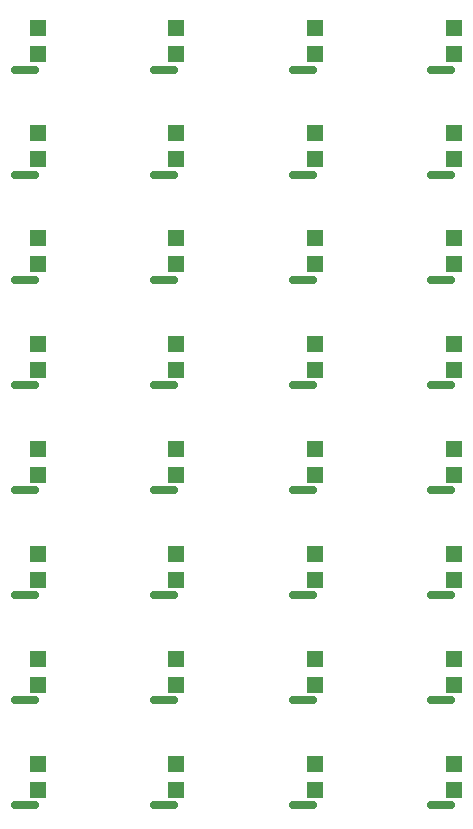
<source format=gbr>
G04 #@! TF.GenerationSoftware,KiCad,Pcbnew,7.0.7-7.0.7~ubuntu22.04.1*
G04 #@! TF.CreationDate,2024-03-29T17:55:08+00:00*
G04 #@! TF.ProjectId,receiver6_rep,72656365-6976-4657-9236-5f7265702e6b,rev?*
G04 #@! TF.SameCoordinates,Original*
G04 #@! TF.FileFunction,Paste,Bot*
G04 #@! TF.FilePolarity,Positive*
%FSLAX46Y46*%
G04 Gerber Fmt 4.6, Leading zero omitted, Abs format (unit mm)*
G04 Created by KiCad (PCBNEW 7.0.7-7.0.7~ubuntu22.04.1) date 2024-03-29 17:55:08*
%MOMM*%
%LPD*%
G01*
G04 APERTURE LIST*
G04 Aperture macros list*
%AMRoundRect*
0 Rectangle with rounded corners*
0 $1 Rounding radius*
0 $2 $3 $4 $5 $6 $7 $8 $9 X,Y pos of 4 corners*
0 Add a 4 corners polygon primitive as box body*
4,1,4,$2,$3,$4,$5,$6,$7,$8,$9,$2,$3,0*
0 Add four circle primitives for the rounded corners*
1,1,$1+$1,$2,$3*
1,1,$1+$1,$4,$5*
1,1,$1+$1,$6,$7*
1,1,$1+$1,$8,$9*
0 Add four rect primitives between the rounded corners*
20,1,$1+$1,$2,$3,$4,$5,0*
20,1,$1+$1,$4,$5,$6,$7,0*
20,1,$1+$1,$6,$7,$8,$9,0*
20,1,$1+$1,$8,$9,$2,$3,0*%
G04 Aperture macros list end*
%ADD10R,1.400000X1.400000*%
%ADD11RoundRect,0.162500X1.012500X-0.162500X1.012500X0.162500X-1.012500X0.162500X-1.012500X-0.162500X0*%
G04 APERTURE END LIST*
D10*
X81500000Y-82700000D03*
X81500000Y-80500000D03*
X58000000Y-109400000D03*
X58000000Y-107200000D03*
D11*
X68700000Y-84000000D03*
X80450000Y-84000000D03*
D10*
X93250000Y-82700000D03*
X93250000Y-80500000D03*
D11*
X92200000Y-110700000D03*
D10*
X69750000Y-91600000D03*
X69750000Y-89400000D03*
X81500000Y-64900000D03*
X81500000Y-62700000D03*
X93250000Y-56000000D03*
X93250000Y-53800000D03*
D11*
X92200000Y-48400000D03*
X92200000Y-57300000D03*
D10*
X93250000Y-109400000D03*
X93250000Y-107200000D03*
X93250000Y-73800000D03*
X93250000Y-71600000D03*
X58000000Y-82700000D03*
X58000000Y-80500000D03*
X81500000Y-73800000D03*
X81500000Y-71600000D03*
D11*
X92200000Y-84000000D03*
X92200000Y-101800000D03*
X56950000Y-110700000D03*
X68700000Y-66200000D03*
X56950000Y-101800000D03*
X80450000Y-66200000D03*
D10*
X93250000Y-100500000D03*
X93250000Y-98300000D03*
D11*
X80450000Y-110700000D03*
D10*
X58000000Y-91600000D03*
X58000000Y-89400000D03*
X69750000Y-82700000D03*
X69750000Y-80500000D03*
X58000000Y-100500000D03*
X58000000Y-98300000D03*
D11*
X68700000Y-75100000D03*
X68700000Y-48400000D03*
X56950000Y-92900000D03*
D10*
X69750000Y-47100000D03*
X69750000Y-44900000D03*
X69750000Y-56000000D03*
X69750000Y-53800000D03*
D11*
X80450000Y-75100000D03*
D10*
X58000000Y-56000000D03*
X58000000Y-53800000D03*
X69750000Y-64900000D03*
X69750000Y-62700000D03*
X81500000Y-109400000D03*
X81500000Y-107200000D03*
X81500000Y-47100000D03*
X81500000Y-44900000D03*
D11*
X92200000Y-75100000D03*
D10*
X58000000Y-47100000D03*
X58000000Y-44900000D03*
D11*
X80450000Y-48400000D03*
X80450000Y-57300000D03*
X80450000Y-92900000D03*
X68700000Y-57300000D03*
X56950000Y-84000000D03*
D10*
X93250000Y-91600000D03*
X93250000Y-89400000D03*
X93250000Y-47100000D03*
X93250000Y-44900000D03*
D11*
X92200000Y-66200000D03*
D10*
X81500000Y-91600000D03*
X81500000Y-89400000D03*
D11*
X80450000Y-101800000D03*
D10*
X69750000Y-109400000D03*
X69750000Y-107200000D03*
D11*
X68700000Y-101800000D03*
D10*
X93250000Y-64900000D03*
X93250000Y-62700000D03*
D11*
X56950000Y-66200000D03*
D10*
X81500000Y-100500000D03*
X81500000Y-98300000D03*
D11*
X56950000Y-75100000D03*
D10*
X69750000Y-73800000D03*
X69750000Y-71600000D03*
D11*
X56950000Y-48400000D03*
D10*
X58000000Y-64900000D03*
X58000000Y-62700000D03*
X81500000Y-56000000D03*
X81500000Y-53800000D03*
D11*
X56950000Y-57300000D03*
D10*
X69750000Y-100500000D03*
X69750000Y-98300000D03*
D11*
X68700000Y-110700000D03*
X92200000Y-92900000D03*
X68700000Y-92900000D03*
D10*
X58000000Y-73800000D03*
X58000000Y-71600000D03*
M02*

</source>
